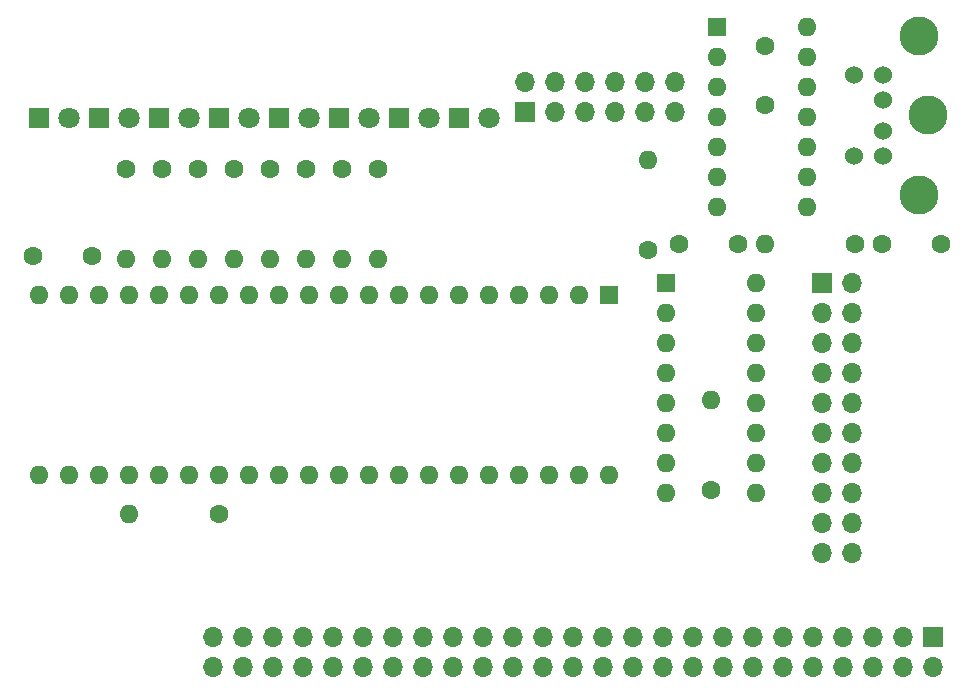
<source format=gbr>
%TF.GenerationSoftware,KiCad,Pcbnew,(5.1.10-1-10_14)*%
%TF.CreationDate,2021-10-31T16:46:36+01:00*%
%TF.ProjectId,io_board,696f5f62-6f61-4726-942e-6b696361645f,rev?*%
%TF.SameCoordinates,Original*%
%TF.FileFunction,Soldermask,Top*%
%TF.FilePolarity,Negative*%
%FSLAX46Y46*%
G04 Gerber Fmt 4.6, Leading zero omitted, Abs format (unit mm)*
G04 Created by KiCad (PCBNEW (5.1.10-1-10_14)) date 2021-10-31 16:46:36*
%MOMM*%
%LPD*%
G01*
G04 APERTURE LIST*
%ADD10C,1.800000*%
%ADD11R,1.800000X1.800000*%
%ADD12O,1.600000X1.600000*%
%ADD13C,1.600000*%
%ADD14O,1.700000X1.700000*%
%ADD15R,1.700000X1.700000*%
%ADD16R,1.600000X1.600000*%
%ADD17C,3.300000*%
%ADD18C,1.524000*%
G04 APERTURE END LIST*
D10*
%TO.C,D6*%
X15240000Y50546000D03*
D11*
X12700000Y50546000D03*
%TD*%
D10*
%TO.C,D8*%
X5080000Y50546000D03*
D11*
X2540000Y50546000D03*
%TD*%
D10*
%TO.C,D7*%
X10160000Y50546000D03*
D11*
X7620000Y50546000D03*
%TD*%
D10*
%TO.C,D5*%
X20320000Y50546000D03*
D11*
X17780000Y50546000D03*
%TD*%
D10*
%TO.C,D4*%
X25400000Y50546000D03*
D11*
X22860000Y50546000D03*
%TD*%
D10*
%TO.C,D3*%
X30480000Y50546000D03*
D11*
X27940000Y50546000D03*
%TD*%
D10*
%TO.C,D2*%
X35560000Y50546000D03*
D11*
X33020000Y50546000D03*
%TD*%
D10*
%TO.C,D1*%
X40640000Y50546000D03*
D11*
X38100000Y50546000D03*
%TD*%
D12*
%TO.C,R12*%
X9906000Y38608000D03*
D13*
X9906000Y46228000D03*
%TD*%
D12*
%TO.C,R11*%
X12954000Y38608000D03*
D13*
X12954000Y46228000D03*
%TD*%
D12*
%TO.C,R10*%
X16002000Y38608000D03*
D13*
X16002000Y46228000D03*
%TD*%
D12*
%TO.C,R9*%
X19050000Y38608000D03*
D13*
X19050000Y46228000D03*
%TD*%
D12*
%TO.C,R8*%
X22098000Y38608000D03*
D13*
X22098000Y46228000D03*
%TD*%
D12*
%TO.C,R7*%
X25146000Y38608000D03*
D13*
X25146000Y46228000D03*
%TD*%
D12*
%TO.C,R6*%
X28194000Y38608000D03*
D13*
X28194000Y46228000D03*
%TD*%
D12*
%TO.C,R5*%
X31242000Y38608000D03*
D13*
X31242000Y46228000D03*
%TD*%
D12*
%TO.C,R4*%
X59436000Y26670000D03*
D13*
X59436000Y19050000D03*
%TD*%
D12*
%TO.C,R3*%
X10160000Y17018000D03*
D13*
X17780000Y17018000D03*
%TD*%
D12*
%TO.C,R2*%
X64008000Y39878000D03*
D13*
X71628000Y39878000D03*
%TD*%
D12*
%TO.C,R1*%
X54102000Y46990000D03*
D13*
X54102000Y39370000D03*
%TD*%
D14*
%TO.C,J2*%
X56388000Y53594000D03*
X56388000Y51054000D03*
X53848000Y53594000D03*
X53848000Y51054000D03*
X51308000Y53594000D03*
X51308000Y51054000D03*
X48768000Y53594000D03*
X48768000Y51054000D03*
X46228000Y53594000D03*
X46228000Y51054000D03*
X43688000Y53594000D03*
D15*
X43688000Y51054000D03*
%TD*%
D13*
%TO.C,C4*%
X7032000Y38862000D03*
X2032000Y38862000D03*
%TD*%
%TO.C,C3*%
X78914000Y39878000D03*
X73914000Y39878000D03*
%TD*%
%TO.C,C2*%
X64008000Y51642000D03*
X64008000Y56642000D03*
%TD*%
%TO.C,C1*%
X56722000Y39878000D03*
X61722000Y39878000D03*
%TD*%
D12*
%TO.C,U1*%
X63309500Y36576000D03*
X55689500Y18796000D03*
X63309500Y34036000D03*
X55689500Y21336000D03*
X63309500Y31496000D03*
X55689500Y23876000D03*
X63309500Y28956000D03*
X55689500Y26416000D03*
X63309500Y26416000D03*
X55689500Y28956000D03*
X63309500Y23876000D03*
X55689500Y31496000D03*
X63309500Y21336000D03*
X55689500Y34036000D03*
X63309500Y18796000D03*
D16*
X55689500Y36576000D03*
%TD*%
D12*
%TO.C,U3*%
X67627500Y58293000D03*
X60007500Y43053000D03*
X67627500Y55753000D03*
X60007500Y45593000D03*
X67627500Y53213000D03*
X60007500Y48133000D03*
X67627500Y50673000D03*
X60007500Y50673000D03*
X67627500Y48133000D03*
X60007500Y53213000D03*
X67627500Y45593000D03*
X60007500Y55753000D03*
X67627500Y43053000D03*
D16*
X60007500Y58293000D03*
%TD*%
D12*
%TO.C,U2*%
X50800000Y20320000D03*
X2540000Y35560000D03*
X48260000Y20320000D03*
X5080000Y35560000D03*
X45720000Y20320000D03*
X7620000Y35560000D03*
X43180000Y20320000D03*
X10160000Y35560000D03*
X40640000Y20320000D03*
X12700000Y35560000D03*
X38100000Y20320000D03*
X15240000Y35560000D03*
X35560000Y20320000D03*
X17780000Y35560000D03*
X33020000Y20320000D03*
X20320000Y35560000D03*
X30480000Y20320000D03*
X22860000Y35560000D03*
X27940000Y20320000D03*
X25400000Y35560000D03*
X25400000Y20320000D03*
X27940000Y35560000D03*
X22860000Y20320000D03*
X30480000Y35560000D03*
X20320000Y20320000D03*
X33020000Y35560000D03*
X17780000Y20320000D03*
X35560000Y35560000D03*
X15240000Y20320000D03*
X38100000Y35560000D03*
X12700000Y20320000D03*
X40640000Y35560000D03*
X10160000Y20320000D03*
X43180000Y35560000D03*
X7620000Y20320000D03*
X45720000Y35560000D03*
X5080000Y20320000D03*
X48260000Y35560000D03*
X2540000Y20320000D03*
D16*
X50800000Y35560000D03*
%TD*%
D14*
%TO.C,J4*%
X71374000Y13716000D03*
X68834000Y13716000D03*
X71374000Y16256000D03*
X68834000Y16256000D03*
X71374000Y18796000D03*
X68834000Y18796000D03*
X71374000Y21336000D03*
X68834000Y21336000D03*
X71374000Y23876000D03*
X68834000Y23876000D03*
X71374000Y26416000D03*
X68834000Y26416000D03*
X71374000Y28956000D03*
X68834000Y28956000D03*
X71374000Y31496000D03*
X68834000Y31496000D03*
X71374000Y34036000D03*
X68834000Y34036000D03*
X71374000Y36576000D03*
D15*
X68834000Y36576000D03*
%TD*%
D17*
%TO.C,J3*%
X77850000Y50800000D03*
D18*
X74050000Y52100000D03*
X74050000Y49500000D03*
X71550000Y54200000D03*
X74050000Y54200000D03*
X71550000Y47400000D03*
X74050000Y47400000D03*
D17*
X77050000Y44050000D03*
X77050000Y57550000D03*
%TD*%
D14*
%TO.C,J1*%
X17272000Y4064000D03*
X17272000Y6604000D03*
X19812000Y4064000D03*
X19812000Y6604000D03*
X22352000Y4064000D03*
X22352000Y6604000D03*
X24892000Y4064000D03*
X24892000Y6604000D03*
X27432000Y4064000D03*
X27432000Y6604000D03*
X29972000Y4064000D03*
X29972000Y6604000D03*
X32512000Y4064000D03*
X32512000Y6604000D03*
X35052000Y4064000D03*
X35052000Y6604000D03*
X37592000Y4064000D03*
X37592000Y6604000D03*
X40132000Y4064000D03*
X40132000Y6604000D03*
X42672000Y4064000D03*
X42672000Y6604000D03*
X45212000Y4064000D03*
X45212000Y6604000D03*
X47752000Y4064000D03*
X47752000Y6604000D03*
X50292000Y4064000D03*
X50292000Y6604000D03*
X52832000Y4064000D03*
X52832000Y6604000D03*
X55372000Y4064000D03*
X55372000Y6604000D03*
X57912000Y4064000D03*
X57912000Y6604000D03*
X60452000Y4064000D03*
X60452000Y6604000D03*
X62992000Y4064000D03*
X62992000Y6604000D03*
X65532000Y4064000D03*
X65532000Y6604000D03*
X68072000Y4064000D03*
X68072000Y6604000D03*
X70612000Y4064000D03*
X70612000Y6604000D03*
X73152000Y4064000D03*
X73152000Y6604000D03*
X75692000Y4064000D03*
X75692000Y6604000D03*
X78232000Y4064000D03*
D15*
X78232000Y6604000D03*
%TD*%
M02*

</source>
